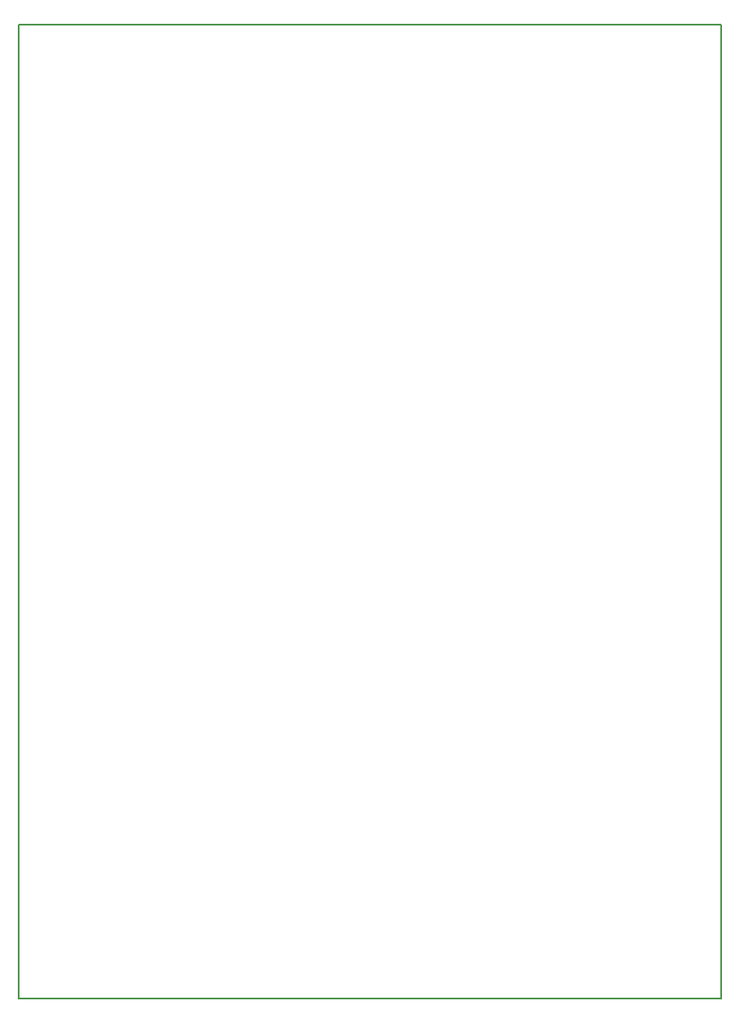
<source format=gm1>
%TF.GenerationSoftware,KiCad,Pcbnew,(6.0.1)*%
%TF.CreationDate,2022-04-05T15:29:15+02:00*%
%TF.ProjectId,ba_nano_version_2,62615f6e-616e-46f5-9f76-657273696f6e,rev?*%
%TF.SameCoordinates,Original*%
%TF.FileFunction,Profile,NP*%
%FSLAX46Y46*%
G04 Gerber Fmt 4.6, Leading zero omitted, Abs format (unit mm)*
G04 Created by KiCad (PCBNEW (6.0.1)) date 2022-04-05 15:29:15*
%MOMM*%
%LPD*%
G01*
G04 APERTURE LIST*
%TA.AperFunction,Profile*%
%ADD10C,0.200000*%
%TD*%
G04 APERTURE END LIST*
D10*
X169658181Y-52980345D02*
X169658181Y-149982945D01*
X99655781Y-149982945D02*
X99655781Y-52980345D01*
X169658181Y-149982945D02*
X99655781Y-149982945D01*
X99655781Y-52980345D02*
X169658181Y-52980345D01*
M02*

</source>
